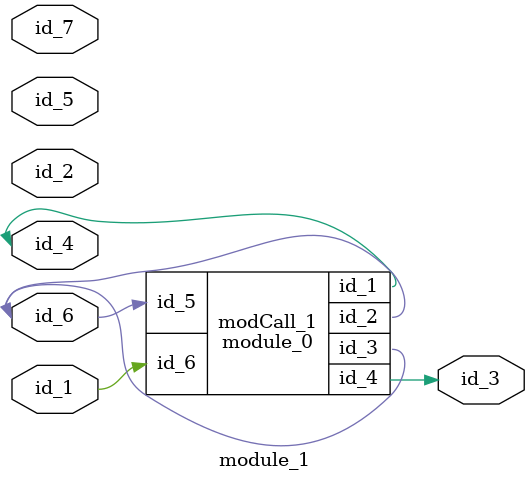
<source format=v>
module module_0 (
    id_1,
    id_2,
    id_3,
    id_4,
    id_5,
    id_6
);
  input wire id_6;
  input wire id_5;
  output wire id_4;
  output wire id_3;
  inout wire id_2;
  output wire id_1;
  wire id_7;
  wire id_8;
endmodule
module module_1 (
    id_1,
    id_2,
    id_3,
    id_4,
    id_5,
    id_6,
    id_7
);
  input wire id_7;
  inout wire id_6;
  input wire id_5;
  inout wire id_4;
  output wire id_3;
  inout wire id_2;
  input wire id_1;
  module_0 modCall_1 (
      id_4,
      id_6,
      id_6,
      id_3,
      id_6,
      id_1
  );
endmodule

</source>
